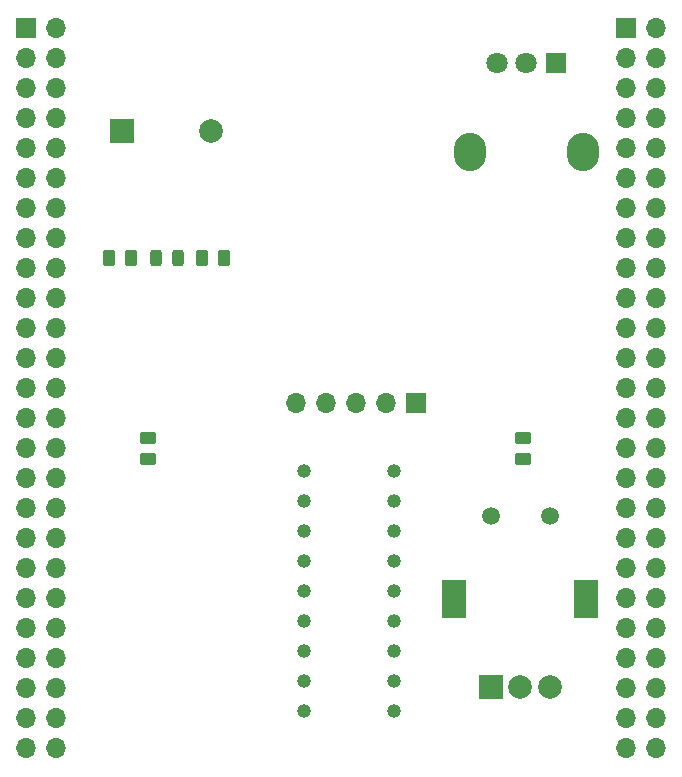
<source format=gbr>
%TF.GenerationSoftware,KiCad,Pcbnew,(7.0.0)*%
%TF.CreationDate,2023-06-01T09:58:41-06:00*%
%TF.ProjectId,morseTrans_proto,6d6f7273-6554-4726-916e-735f70726f74,rev?*%
%TF.SameCoordinates,Original*%
%TF.FileFunction,Soldermask,Top*%
%TF.FilePolarity,Negative*%
%FSLAX46Y46*%
G04 Gerber Fmt 4.6, Leading zero omitted, Abs format (unit mm)*
G04 Created by KiCad (PCBNEW (7.0.0)) date 2023-06-01 09:58:41*
%MOMM*%
%LPD*%
G01*
G04 APERTURE LIST*
G04 Aperture macros list*
%AMRoundRect*
0 Rectangle with rounded corners*
0 $1 Rounding radius*
0 $2 $3 $4 $5 $6 $7 $8 $9 X,Y pos of 4 corners*
0 Add a 4 corners polygon primitive as box body*
4,1,4,$2,$3,$4,$5,$6,$7,$8,$9,$2,$3,0*
0 Add four circle primitives for the rounded corners*
1,1,$1+$1,$2,$3*
1,1,$1+$1,$4,$5*
1,1,$1+$1,$6,$7*
1,1,$1+$1,$8,$9*
0 Add four rect primitives between the rounded corners*
20,1,$1+$1,$2,$3,$4,$5,0*
20,1,$1+$1,$4,$5,$6,$7,0*
20,1,$1+$1,$6,$7,$8,$9,0*
20,1,$1+$1,$8,$9,$2,$3,0*%
G04 Aperture macros list end*
%ADD10R,2.000000X2.000000*%
%ADD11C,2.000000*%
%ADD12RoundRect,0.250000X-0.450000X0.262500X-0.450000X-0.262500X0.450000X-0.262500X0.450000X0.262500X0*%
%ADD13R,1.700000X1.700000*%
%ADD14O,1.700000X1.700000*%
%ADD15C,1.192000*%
%ADD16C,1.500000*%
%ADD17R,2.000000X3.200000*%
%ADD18RoundRect,0.250000X-0.262500X-0.450000X0.262500X-0.450000X0.262500X0.450000X-0.262500X0.450000X0*%
%ADD19O,2.720000X3.240000*%
%ADD20R,1.800000X1.800000*%
%ADD21C,1.800000*%
%ADD22RoundRect,0.243750X0.243750X0.456250X-0.243750X0.456250X-0.243750X-0.456250X0.243750X-0.456250X0*%
G04 APERTURE END LIST*
D10*
%TO.C,LS1*%
X104413999Y-62356999D03*
D11*
X112014000Y-62357000D03*
%TD*%
D12*
%TO.C,R2*%
X138430000Y-88345000D03*
X138430000Y-90170000D03*
%TD*%
D13*
%TO.C,J3*%
X129305999Y-85425999D03*
D14*
X126765999Y-85425999D03*
X124225999Y-85425999D03*
X121685999Y-85425999D03*
X119145999Y-85425999D03*
%TD*%
D12*
%TO.C,R3*%
X106680000Y-88345000D03*
X106680000Y-90170000D03*
%TD*%
D15*
%TO.C,Display*%
X119888000Y-91186000D03*
X119888000Y-93726000D03*
X119888000Y-96266000D03*
X119888000Y-98806000D03*
X119888000Y-101346000D03*
X119888000Y-103886000D03*
X119888000Y-106426000D03*
X119888000Y-108966000D03*
X119888000Y-111506000D03*
X127508000Y-111506000D03*
X127508000Y-108966000D03*
X127508000Y-106426000D03*
X127508000Y-103886000D03*
X127508000Y-101346000D03*
X127508000Y-98806000D03*
X127508000Y-96266000D03*
X127508000Y-93726000D03*
X127508000Y-91186000D03*
%TD*%
D16*
%TO.C,SW3*%
X135676000Y-94987000D03*
X140676000Y-94987000D03*
D10*
X135675999Y-109486999D03*
D11*
X140676000Y-109487000D03*
X138176000Y-109487000D03*
D17*
X132575999Y-101986999D03*
X143775999Y-101986999D03*
%TD*%
D18*
%TO.C,R1*%
X111252000Y-73152000D03*
X113077000Y-73152000D03*
%TD*%
%TO.C,R4*%
X103378000Y-73152000D03*
X105203000Y-73152000D03*
%TD*%
D19*
%TO.C,RV1*%
X143483999Y-64131999D03*
X133883999Y-64131999D03*
D20*
X141183999Y-56631999D03*
D21*
X138684000Y-56632000D03*
X136184000Y-56632000D03*
%TD*%
D22*
%TO.C,D1*%
X109171500Y-73152000D03*
X107296500Y-73152000D03*
%TD*%
D13*
%TO.C,J2*%
X147110963Y-53706551D03*
D14*
X149650963Y-53706551D03*
X147110963Y-56246551D03*
X149650963Y-56246551D03*
X147110963Y-58786551D03*
X149650963Y-58786551D03*
X147110963Y-61326551D03*
X149650963Y-61326551D03*
X147110963Y-63866551D03*
X149650963Y-63866551D03*
X147110963Y-66406551D03*
X149650963Y-66406551D03*
X147110963Y-68946551D03*
X149650963Y-68946551D03*
X147110963Y-71486551D03*
X149650963Y-71486551D03*
X147110963Y-74026551D03*
X149650963Y-74026551D03*
X147110963Y-76566551D03*
X149650963Y-76566551D03*
X147110963Y-79106551D03*
X149650963Y-79106551D03*
X147110963Y-81646551D03*
X149650963Y-81646551D03*
X147110963Y-84186551D03*
X149650963Y-84186551D03*
X147110963Y-86726551D03*
X149650963Y-86726551D03*
X147110963Y-89266551D03*
X149650963Y-89266551D03*
X147110963Y-91806551D03*
X149650963Y-91806551D03*
X147110963Y-94346551D03*
X149650963Y-94346551D03*
X147110963Y-96886551D03*
X149650963Y-96886551D03*
X147110963Y-99426551D03*
X149650963Y-99426551D03*
X147110963Y-101966551D03*
X149650963Y-101966551D03*
X147110963Y-104506551D03*
X149650963Y-104506551D03*
X147110963Y-107046551D03*
X149650963Y-107046551D03*
X147110963Y-109586551D03*
X149650963Y-109586551D03*
X147110963Y-112126551D03*
X149650963Y-112126551D03*
X147110963Y-114666551D03*
X149650963Y-114666551D03*
%TD*%
D13*
%TO.C,J1*%
X96348789Y-53690998D03*
D14*
X98888789Y-53690998D03*
X96348789Y-56230998D03*
X98888789Y-56230998D03*
X96348789Y-58770998D03*
X98888789Y-58770998D03*
X96348789Y-61310998D03*
X98888789Y-61310998D03*
X96348789Y-63850998D03*
X98888789Y-63850998D03*
X96348789Y-66390998D03*
X98888789Y-66390998D03*
X96348789Y-68930998D03*
X98888789Y-68930998D03*
X96348789Y-71470998D03*
X98888789Y-71470998D03*
X96348789Y-74010998D03*
X98888789Y-74010998D03*
X96348789Y-76550998D03*
X98888789Y-76550998D03*
X96348789Y-79090998D03*
X98888789Y-79090998D03*
X96348789Y-81630998D03*
X98888789Y-81630998D03*
X96348789Y-84170998D03*
X98888789Y-84170998D03*
X96348789Y-86710998D03*
X98888789Y-86710998D03*
X96348789Y-89250998D03*
X98888789Y-89250998D03*
X96348789Y-91790998D03*
X98888789Y-91790998D03*
X96348789Y-94330998D03*
X98888789Y-94330998D03*
X96348789Y-96870998D03*
X98888789Y-96870998D03*
X96348789Y-99410998D03*
X98888789Y-99410998D03*
X96348789Y-101950998D03*
X98888789Y-101950998D03*
X96348789Y-104490998D03*
X98888789Y-104490998D03*
X96348789Y-107030998D03*
X98888789Y-107030998D03*
X96348789Y-109570998D03*
X98888789Y-109570998D03*
X96348789Y-112110998D03*
X98888789Y-112110998D03*
X96348789Y-114650998D03*
X98888789Y-114650998D03*
%TD*%
M02*

</source>
